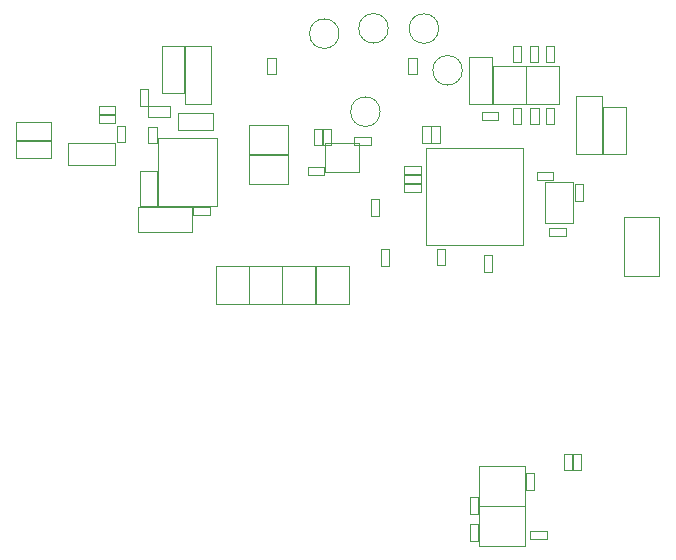
<source format=gbr>
G04 #@! TF.GenerationSoftware,KiCad,Pcbnew,7.0.6*
G04 #@! TF.CreationDate,2023-09-01T19:54:12-07:00*
G04 #@! TF.ProjectId,sgpp_main_pcb,73677070-5f6d-4616-996e-5f7063622e6b,1*
G04 #@! TF.SameCoordinates,Original*
G04 #@! TF.FileFunction,Other,User*
%FSLAX46Y46*%
G04 Gerber Fmt 4.6, Leading zero omitted, Abs format (unit mm)*
G04 Created by KiCad (PCBNEW 7.0.6) date 2023-09-01 19:54:12*
%MOMM*%
%LPD*%
G01*
G04 APERTURE LIST*
%ADD10C,0.050000*%
G04 APERTURE END LIST*
D10*
X125381200Y-88787200D02*
X122421200Y-88787200D01*
X122421200Y-88787200D02*
X122421200Y-87327200D01*
X125381200Y-87327200D02*
X125381200Y-88787200D01*
X122421200Y-87327200D02*
X125381200Y-87327200D01*
X122421200Y-85782400D02*
X125381200Y-85782400D01*
X125381200Y-85782400D02*
X125381200Y-87242400D01*
X122421200Y-87242400D02*
X122421200Y-85782400D01*
X125381200Y-87242400D02*
X122421200Y-87242400D01*
X129406617Y-84407101D02*
X130806617Y-84407101D01*
X129406617Y-85107101D02*
X129406617Y-84407101D01*
X130806617Y-84407101D02*
X130806617Y-85107101D01*
X130806617Y-85107101D02*
X129406617Y-85107101D01*
X161630600Y-114868562D02*
X161630600Y-118268562D01*
X161630600Y-118268562D02*
X165470600Y-118268562D01*
X165470600Y-114868562D02*
X161630600Y-114868562D01*
X165470600Y-118268562D02*
X165470600Y-114868562D01*
X157075680Y-96215353D02*
X165315680Y-96215353D01*
X165315680Y-96215353D02*
X165315680Y-87975353D01*
X157075680Y-87975353D02*
X157075680Y-96215353D01*
X165315680Y-87975353D02*
X157075680Y-87975353D01*
X135400617Y-85328934D02*
X133580617Y-85328934D01*
X135400617Y-84408934D02*
X135400617Y-85328934D01*
X133580617Y-85328934D02*
X133580617Y-84408934D01*
X133580617Y-84408934D02*
X135400617Y-84408934D01*
X168763200Y-115254000D02*
X168763200Y-113854000D01*
X169463200Y-115254000D02*
X168763200Y-115254000D01*
X168763200Y-113854000D02*
X169463200Y-113854000D01*
X169463200Y-113854000D02*
X169463200Y-115254000D01*
X170250600Y-113854000D02*
X170250600Y-115254000D01*
X169550600Y-113854000D02*
X170250600Y-113854000D01*
X170250600Y-115254000D02*
X169550600Y-115254000D01*
X169550600Y-115254000D02*
X169550600Y-113854000D01*
X168924200Y-95422200D02*
X167524200Y-95422200D01*
X168924200Y-94722200D02*
X168924200Y-95422200D01*
X167524200Y-95422200D02*
X167524200Y-94722200D01*
X167524200Y-94722200D02*
X168924200Y-94722200D01*
X173999078Y-84493791D02*
X172099078Y-84493791D01*
X173999078Y-84493791D02*
X173999078Y-88493791D01*
X172099078Y-84493791D02*
X172099078Y-88493791D01*
X173999078Y-88493791D02*
X172099078Y-88493791D01*
X162652814Y-80226323D02*
X160752814Y-80226323D01*
X162652814Y-80226323D02*
X162652814Y-84226323D01*
X160752814Y-80226323D02*
X160752814Y-84226323D01*
X162652814Y-84226323D02*
X160752814Y-84226323D01*
X161535407Y-117532482D02*
X161535407Y-118932482D01*
X160835407Y-117532482D02*
X161535407Y-117532482D01*
X161535407Y-118932482D02*
X160835407Y-118932482D01*
X160835407Y-118932482D02*
X160835407Y-117532482D01*
X165933024Y-85948716D02*
X165933024Y-84548716D01*
X166633024Y-85948716D02*
X165933024Y-85948716D01*
X165933024Y-84548716D02*
X166633024Y-84548716D01*
X166633024Y-84548716D02*
X166633024Y-85948716D01*
X162007100Y-98433897D02*
X162007100Y-97033897D01*
X162707100Y-98433897D02*
X162007100Y-98433897D01*
X162007100Y-97033897D02*
X162707100Y-97033897D01*
X162707100Y-97033897D02*
X162707100Y-98433897D01*
X134715956Y-83308529D02*
X136615956Y-83308529D01*
X134715956Y-83308529D02*
X134715956Y-79308529D01*
X136615956Y-83308529D02*
X136615956Y-79308529D01*
X134715956Y-79308529D02*
X136615956Y-79308529D01*
X157556304Y-87505125D02*
X157556304Y-86105125D01*
X158256304Y-87505125D02*
X157556304Y-87505125D01*
X157556304Y-86105125D02*
X158256304Y-86105125D01*
X158256304Y-86105125D02*
X158256304Y-87505125D01*
X137378163Y-92944934D02*
X138778163Y-92944934D01*
X137378163Y-93644934D02*
X137378163Y-92944934D01*
X138778163Y-92944934D02*
X138778163Y-93644934D01*
X138778163Y-93644934D02*
X137378163Y-93644934D01*
X165146362Y-79318927D02*
X165146362Y-80718927D01*
X164446362Y-79318927D02*
X165146362Y-79318927D01*
X165146362Y-80718927D02*
X164446362Y-80718927D01*
X164446362Y-80718927D02*
X164446362Y-79318927D01*
X158002939Y-97889723D02*
X158002939Y-96489723D01*
X158702939Y-97889723D02*
X158002939Y-97889723D01*
X158002939Y-96489723D02*
X158702939Y-96489723D01*
X158702939Y-96489723D02*
X158702939Y-97889723D01*
X152460910Y-93698611D02*
X152460910Y-92298611D01*
X153160910Y-93698611D02*
X152460910Y-93698611D01*
X152460910Y-92298611D02*
X153160910Y-92298611D01*
X153160910Y-92298611D02*
X153160910Y-93698611D01*
X160177800Y-81381600D02*
G75*
G03*
X160177800Y-81381600I-1250000J0D01*
G01*
X150569674Y-97971320D02*
X147769674Y-97971320D01*
X150569674Y-97971320D02*
X150569674Y-101171320D01*
X147769674Y-97971320D02*
X147769674Y-101171320D01*
X147769674Y-101171320D02*
X150569674Y-101171320D01*
X148477200Y-90266000D02*
X147077200Y-90266000D01*
X148477200Y-89566000D02*
X148477200Y-90266000D01*
X147077200Y-90266000D02*
X147077200Y-89566000D01*
X147077200Y-89566000D02*
X148477200Y-89566000D01*
X151026885Y-87023476D02*
X152426885Y-87023476D01*
X151026885Y-87723476D02*
X151026885Y-87023476D01*
X152426885Y-87023476D02*
X152426885Y-87723476D01*
X152426885Y-87723476D02*
X151026885Y-87723476D01*
X161630600Y-118289600D02*
X161630600Y-121689600D01*
X161630600Y-121689600D02*
X165470600Y-121689600D01*
X165470600Y-118289600D02*
X161630600Y-118289600D01*
X165470600Y-121689600D02*
X165470600Y-118289600D01*
X161834600Y-84892400D02*
X163234600Y-84892400D01*
X161834600Y-85592400D02*
X161834600Y-84892400D01*
X163234600Y-84892400D02*
X163234600Y-85592400D01*
X163234600Y-85592400D02*
X161834600Y-85592400D01*
X155240853Y-90991188D02*
X156640853Y-90991188D01*
X155240853Y-91691188D02*
X155240853Y-90991188D01*
X156640853Y-90991188D02*
X156640853Y-91691188D01*
X156640853Y-91691188D02*
X155240853Y-91691188D01*
X169802381Y-88484740D02*
X169802381Y-83584740D01*
X172042381Y-88484740D02*
X169802381Y-88484740D01*
X169802381Y-83584740D02*
X172042381Y-83584740D01*
X172042381Y-83584740D02*
X172042381Y-88484740D01*
X153294600Y-97931200D02*
X153294600Y-96531200D01*
X153994600Y-97931200D02*
X153294600Y-97931200D01*
X153294600Y-96531200D02*
X153994600Y-96531200D01*
X153994600Y-96531200D02*
X153994600Y-97931200D01*
X158171200Y-77851000D02*
G75*
G03*
X158171200Y-77851000I-1250000J0D01*
G01*
X167932546Y-79302900D02*
X167932546Y-80702900D01*
X167232546Y-79302900D02*
X167932546Y-79302900D01*
X167932546Y-80702900D02*
X167232546Y-80702900D01*
X167232546Y-80702900D02*
X167232546Y-79302900D01*
X144939674Y-97971320D02*
X142139674Y-97971320D01*
X144939674Y-97971320D02*
X144939674Y-101171320D01*
X142139674Y-97971320D02*
X142139674Y-101171320D01*
X142139674Y-101171320D02*
X144939674Y-101171320D01*
X130806617Y-85869101D02*
X129406617Y-85869101D01*
X130806617Y-85169101D02*
X130806617Y-85869101D01*
X129406617Y-85869101D02*
X129406617Y-85169101D01*
X129406617Y-85169101D02*
X130806617Y-85169101D01*
X132692607Y-92943901D02*
X137292607Y-92943901D01*
X132692607Y-95043901D02*
X132692607Y-92943901D01*
X137292607Y-92943901D02*
X137292607Y-95043901D01*
X137292607Y-95043901D02*
X132692607Y-95043901D01*
X142145674Y-97944320D02*
X139345674Y-97944320D01*
X142145674Y-97944320D02*
X142145674Y-101144320D01*
X139345674Y-97944320D02*
X139345674Y-101144320D01*
X139345674Y-101144320D02*
X142145674Y-101144320D01*
X131606387Y-86089101D02*
X131606387Y-87489101D01*
X130906387Y-86089101D02*
X131606387Y-86089101D01*
X131606387Y-87489101D02*
X130906387Y-87489101D01*
X130906387Y-87489101D02*
X130906387Y-86089101D01*
X167873180Y-90689353D02*
X166473180Y-90689353D01*
X167873180Y-89989353D02*
X167873180Y-90689353D01*
X166473180Y-90689353D02*
X166473180Y-89989353D01*
X166473180Y-89989353D02*
X167873180Y-89989353D01*
X153218200Y-84886800D02*
G75*
G03*
X153218200Y-84886800I-1250000J0D01*
G01*
X155240853Y-90243353D02*
X156640853Y-90243353D01*
X155240853Y-90943353D02*
X155240853Y-90243353D01*
X156640853Y-90243353D02*
X156640853Y-90943353D01*
X156640853Y-90943353D02*
X155240853Y-90943353D01*
X143668000Y-81726000D02*
X143668000Y-80326000D01*
X144368000Y-81726000D02*
X143668000Y-81726000D01*
X143668000Y-80326000D02*
X144368000Y-80326000D01*
X144368000Y-80326000D02*
X144368000Y-81726000D01*
X132875057Y-84380021D02*
X132875057Y-82980021D01*
X133575057Y-84380021D02*
X132875057Y-84380021D01*
X132875057Y-82980021D02*
X133575057Y-82980021D01*
X133575057Y-82980021D02*
X133575057Y-84380021D01*
X133584200Y-87568000D02*
X133584200Y-86168000D01*
X134284200Y-87568000D02*
X133584200Y-87568000D01*
X133584200Y-86168000D02*
X134284200Y-86168000D01*
X134284200Y-86168000D02*
X134284200Y-87568000D01*
X167176600Y-94313800D02*
X167176600Y-90813800D01*
X169576600Y-94313800D02*
X167176600Y-94313800D01*
X167176600Y-90813800D02*
X169576600Y-90813800D01*
X169576600Y-90813800D02*
X169576600Y-94313800D01*
X136137200Y-84969600D02*
X139097200Y-84969600D01*
X136137200Y-86429600D02*
X136137200Y-84969600D01*
X139097200Y-84969600D02*
X139097200Y-86429600D01*
X139097200Y-86429600D02*
X136137200Y-86429600D01*
X167231248Y-85963783D02*
X167231248Y-84563783D01*
X167931248Y-85963783D02*
X167231248Y-85963783D01*
X167231248Y-84563783D02*
X167931248Y-84563783D01*
X167931248Y-84563783D02*
X167931248Y-85963783D01*
X166606061Y-79322188D02*
X166606061Y-80722188D01*
X165906061Y-79322188D02*
X166606061Y-79322188D01*
X166606061Y-80722188D02*
X165906061Y-80722188D01*
X165906061Y-80722188D02*
X165906061Y-79322188D01*
X167307409Y-121046962D02*
X165907409Y-121046962D01*
X167307409Y-120346962D02*
X167307409Y-121046962D01*
X165907409Y-121046962D02*
X165907409Y-120346962D01*
X165907409Y-120346962D02*
X167307409Y-120346962D01*
X145455520Y-91015800D02*
X145455520Y-88515800D01*
X145455520Y-91015800D02*
X142155520Y-91015800D01*
X142155520Y-88515800D02*
X145455520Y-88515800D01*
X142155520Y-88515800D02*
X142155520Y-91015800D01*
X155237393Y-89481353D02*
X156637393Y-89481353D01*
X155237393Y-90181353D02*
X155237393Y-89481353D01*
X156637393Y-89481353D02*
X156637393Y-90181353D01*
X156637393Y-90181353D02*
X155237393Y-90181353D01*
X147733674Y-97971320D02*
X144933674Y-97971320D01*
X147733674Y-97971320D02*
X147733674Y-101171320D01*
X144933674Y-97971320D02*
X144933674Y-101171320D01*
X144933674Y-101171320D02*
X147733674Y-101171320D01*
X153904000Y-77825600D02*
G75*
G03*
X153904000Y-77825600I-1250000J0D01*
G01*
X176861600Y-98800800D02*
X176861600Y-93800800D01*
X176861600Y-93800800D02*
X173861600Y-93800800D01*
X173861600Y-98800800D02*
X176861600Y-98800800D01*
X173861600Y-93800800D02*
X173861600Y-98800800D01*
X170377600Y-91019400D02*
X170377600Y-92419400D01*
X169677600Y-91019400D02*
X170377600Y-91019400D01*
X170377600Y-92419400D02*
X169677600Y-92419400D01*
X169677600Y-92419400D02*
X169677600Y-91019400D01*
X164437763Y-85943797D02*
X164437763Y-84543797D01*
X165137763Y-85943797D02*
X164437763Y-85943797D01*
X164437763Y-84543797D02*
X165137763Y-84543797D01*
X165137763Y-84543797D02*
X165137763Y-85943797D01*
X156787453Y-87506612D02*
X156787453Y-86106612D01*
X157487453Y-87506612D02*
X156787453Y-87506612D01*
X156787453Y-86106612D02*
X157487453Y-86106612D01*
X157487453Y-86106612D02*
X157487453Y-87506612D01*
X147618546Y-87729825D02*
X147618546Y-86329825D01*
X148318546Y-87729825D02*
X147618546Y-87729825D01*
X147618546Y-86329825D02*
X148318546Y-86329825D01*
X148318546Y-86329825D02*
X148318546Y-87729825D01*
X132848316Y-92855351D02*
X132848316Y-89895351D01*
X134308316Y-92855351D02*
X132848316Y-92855351D01*
X132848316Y-89895351D02*
X134308316Y-89895351D01*
X134308316Y-89895351D02*
X134308316Y-92855351D01*
X165534012Y-84225538D02*
X168334012Y-84225538D01*
X165534012Y-84225538D02*
X165534012Y-81025538D01*
X168334012Y-84225538D02*
X168334012Y-81025538D01*
X168334012Y-81025538D02*
X165534012Y-81025538D01*
X156306000Y-80326000D02*
X156306000Y-81726000D01*
X155606000Y-80326000D02*
X156306000Y-80326000D01*
X156306000Y-81726000D02*
X155606000Y-81726000D01*
X155606000Y-81726000D02*
X155606000Y-80326000D01*
X145455520Y-88475800D02*
X145455520Y-85975800D01*
X145455520Y-88475800D02*
X142155520Y-88475800D01*
X142155520Y-85975800D02*
X145455520Y-85975800D01*
X142155520Y-85975800D02*
X142155520Y-88475800D01*
X166230287Y-115479600D02*
X166230287Y-116879600D01*
X165530287Y-115479600D02*
X166230287Y-115479600D01*
X166230287Y-116879600D02*
X165530287Y-116879600D01*
X165530287Y-116879600D02*
X165530287Y-115479600D01*
X139398757Y-92846440D02*
X134398757Y-92846440D01*
X139398757Y-92846440D02*
X139398757Y-87146440D01*
X134398757Y-87146440D02*
X134398757Y-92846440D01*
X134398757Y-87146440D02*
X139398757Y-87146440D01*
X149738400Y-78282800D02*
G75*
G03*
X149738400Y-78282800I-1250000J0D01*
G01*
X160835407Y-121197600D02*
X160835407Y-119797600D01*
X161535407Y-121197600D02*
X160835407Y-121197600D01*
X160835407Y-119797600D02*
X161535407Y-119797600D01*
X161535407Y-119797600D02*
X161535407Y-121197600D01*
X162740012Y-84225538D02*
X165540012Y-84225538D01*
X162740012Y-84225538D02*
X162740012Y-81025538D01*
X165540012Y-84225538D02*
X165540012Y-81025538D01*
X165540012Y-81025538D02*
X162740012Y-81025538D01*
X138934537Y-79296162D02*
X138934537Y-84196162D01*
X136694537Y-79296162D02*
X138934537Y-79296162D01*
X138934537Y-84196162D02*
X136694537Y-84196162D01*
X136694537Y-84196162D02*
X136694537Y-79296162D01*
X148550546Y-89973000D02*
X151450546Y-89973000D01*
X151450546Y-89973000D02*
X151450546Y-87573000D01*
X148550546Y-87573000D02*
X148550546Y-89973000D01*
X151450546Y-87573000D02*
X148550546Y-87573000D01*
X126752600Y-87518200D02*
X126752600Y-89418200D01*
X126752600Y-87518200D02*
X130752600Y-87518200D01*
X126752600Y-89418200D02*
X130752600Y-89418200D01*
X130752600Y-87518200D02*
X130752600Y-89418200D01*
X149080546Y-86329825D02*
X149080546Y-87729825D01*
X148380546Y-86329825D02*
X149080546Y-86329825D01*
X149080546Y-87729825D02*
X148380546Y-87729825D01*
X148380546Y-87729825D02*
X148380546Y-86329825D01*
M02*

</source>
